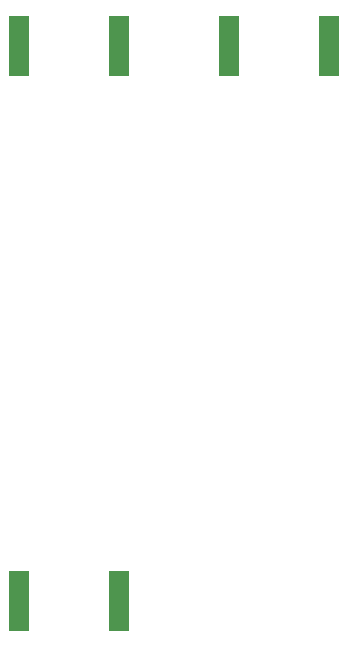
<source format=gbp>
G04 #@! TF.FileFunction,Paste,Bot*
%FSLAX46Y46*%
G04 Gerber Fmt 4.6, Leading zero omitted, Abs format (unit mm)*
G04 Created by KiCad (PCBNEW 4.0.4+e1-6308~48~ubuntu16.04.1-stable) date Fri Dec  2 12:05:53 2016*
%MOMM*%
%LPD*%
G01*
G04 APERTURE LIST*
%ADD10C,0.100000*%
%ADD11R,1.778000X5.080000*%
G04 APERTURE END LIST*
D10*
D11*
X110934500Y-77470000D03*
X102425500Y-77470000D03*
X93154500Y-77470000D03*
X84645500Y-77470000D03*
X84645500Y-124460000D03*
X93154500Y-124460000D03*
M02*

</source>
